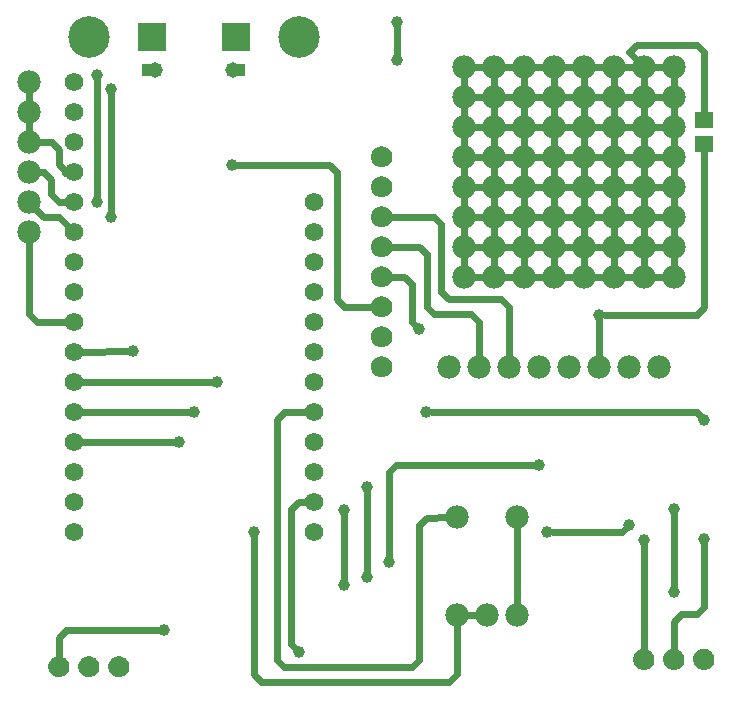
<source format=gtl>
G04 MADE WITH FRITZING*
G04 WWW.FRITZING.ORG*
G04 DOUBLE SIDED*
G04 HOLES PLATED*
G04 CONTOUR ON CENTER OF CONTOUR VECTOR*
%ASAXBY*%
%FSLAX23Y23*%
%MOIN*%
%OFA0B0*%
%SFA1.0B1.0*%
%ADD10C,0.078000*%
%ADD11C,0.039370*%
%ADD12C,0.138425*%
%ADD13C,0.095000*%
%ADD14C,0.051496*%
%ADD15C,0.062000*%
%ADD16C,0.070000*%
%ADD17R,0.095000X0.095000*%
%ADD18R,0.059055X0.055118*%
%ADD19C,0.024000*%
%ADD20R,0.001000X0.001000*%
%LNCOPPER1*%
G90*
G70*
G54D10*
X1701Y635D03*
X1501Y635D03*
G54D11*
X526Y260D03*
G54D10*
X1701Y310D03*
X1601Y310D03*
X1501Y310D03*
G54D12*
X276Y2235D03*
G54D13*
X767Y2235D03*
G54D14*
X756Y2125D03*
G54D15*
X226Y585D03*
X226Y685D03*
X226Y785D03*
X226Y885D03*
X226Y985D03*
X226Y1085D03*
X226Y1185D03*
X226Y1285D03*
X226Y1385D03*
G54D12*
X976Y2235D03*
G54D15*
X226Y1485D03*
X226Y1585D03*
X226Y1685D03*
X226Y1785D03*
X226Y1885D03*
X226Y1985D03*
X226Y2085D03*
X1026Y1685D03*
X1026Y1585D03*
X1026Y1485D03*
X1026Y1385D03*
X1026Y1285D03*
X1026Y1185D03*
X1026Y1085D03*
X1026Y985D03*
X1026Y885D03*
X1026Y785D03*
X1026Y685D03*
X1026Y585D03*
G54D14*
X496Y2125D03*
G54D13*
X484Y2235D03*
G54D10*
X76Y2085D03*
X76Y1985D03*
X76Y1885D03*
X76Y1785D03*
X76Y1685D03*
X76Y1585D03*
G54D16*
X176Y135D03*
X276Y135D03*
X376Y135D03*
G54D11*
X423Y1188D03*
G54D16*
X1251Y1835D03*
X1251Y1735D03*
X1251Y1635D03*
X1251Y1535D03*
X1251Y1435D03*
X1251Y1335D03*
X1251Y1235D03*
X1251Y1135D03*
G54D11*
X2226Y662D03*
X1376Y1261D03*
X751Y1809D03*
X1802Y585D03*
X2076Y609D03*
X575Y886D03*
X1126Y410D03*
X1126Y660D03*
X626Y985D03*
X1201Y435D03*
X1201Y735D03*
G54D10*
X1476Y1135D03*
X1576Y1135D03*
X1676Y1135D03*
X1776Y1135D03*
X1876Y1135D03*
X1976Y1135D03*
X2076Y1135D03*
X2176Y1135D03*
G54D11*
X701Y1085D03*
X1275Y485D03*
X1776Y810D03*
X825Y585D03*
X974Y186D03*
X2226Y385D03*
X1400Y987D03*
X2325Y959D03*
X2325Y561D03*
X302Y1687D03*
X301Y2110D03*
X350Y1635D03*
X350Y2061D03*
X1301Y2160D03*
X1301Y2285D03*
X1976Y1310D03*
X2126Y560D03*
G54D16*
X2126Y160D03*
X2226Y160D03*
X2326Y160D03*
G54D10*
X2126Y2135D03*
X2126Y2035D03*
X2126Y1935D03*
X2126Y1835D03*
X2126Y1735D03*
X2126Y1635D03*
X2126Y1535D03*
X2126Y1435D03*
X2126Y2135D03*
X2126Y2035D03*
X2126Y1935D03*
X2126Y1835D03*
X2126Y1735D03*
X2126Y1635D03*
X2126Y1535D03*
X2126Y1435D03*
X2226Y1435D03*
X2226Y1535D03*
X2226Y1635D03*
X2226Y1735D03*
X2226Y1835D03*
X2226Y1935D03*
X2226Y2035D03*
X2226Y2135D03*
X1926Y2135D03*
X1926Y2035D03*
X1926Y1935D03*
X1926Y1835D03*
X1926Y1735D03*
X1926Y1635D03*
X1926Y1535D03*
X1926Y1435D03*
X1926Y2135D03*
X1926Y2035D03*
X1926Y1935D03*
X1926Y1835D03*
X1926Y1735D03*
X1926Y1635D03*
X1926Y1535D03*
X1926Y1435D03*
X2026Y1435D03*
X2026Y1535D03*
X2026Y1635D03*
X2026Y1735D03*
X2026Y1835D03*
X2026Y1935D03*
X2026Y2035D03*
X2026Y2135D03*
X1726Y2135D03*
X1726Y2035D03*
X1726Y1935D03*
X1726Y1835D03*
X1726Y1735D03*
X1726Y1635D03*
X1726Y1535D03*
X1726Y1435D03*
X1726Y2135D03*
X1726Y2035D03*
X1726Y1935D03*
X1726Y1835D03*
X1726Y1735D03*
X1726Y1635D03*
X1726Y1535D03*
X1726Y1435D03*
X1826Y1435D03*
X1826Y1535D03*
X1826Y1635D03*
X1826Y1735D03*
X1826Y1835D03*
X1826Y1935D03*
X1826Y2035D03*
X1826Y2135D03*
X1526Y2135D03*
X1526Y2035D03*
X1526Y1935D03*
X1526Y1835D03*
X1526Y1735D03*
X1526Y1635D03*
X1526Y1535D03*
X1526Y1435D03*
X1526Y2135D03*
X1526Y2035D03*
X1526Y1935D03*
X1526Y1835D03*
X1526Y1735D03*
X1526Y1635D03*
X1526Y1535D03*
X1526Y1435D03*
X1626Y1435D03*
X1626Y1535D03*
X1626Y1635D03*
X1626Y1735D03*
X1626Y1835D03*
X1626Y1935D03*
X1626Y2035D03*
X1626Y2135D03*
G54D17*
X767Y2235D03*
X484Y2235D03*
G54D18*
X2326Y1880D03*
X2326Y1960D03*
G54D19*
X1701Y605D02*
X1701Y341D01*
D02*
X1531Y310D02*
X1571Y310D01*
D02*
X126Y1785D02*
X150Y1760D01*
D02*
X150Y1760D02*
X150Y1711D01*
D02*
X150Y1711D02*
X175Y1686D01*
D02*
X175Y1686D02*
X197Y1686D01*
D02*
X106Y1785D02*
X126Y1785D01*
D02*
X201Y1784D02*
X197Y1784D01*
D02*
X177Y1812D02*
X201Y1784D01*
D02*
X177Y1860D02*
X177Y1812D01*
D02*
X151Y1886D02*
X177Y1860D01*
D02*
X106Y1886D02*
X151Y1886D01*
D02*
X76Y2016D02*
X76Y2055D01*
D02*
X76Y1916D02*
X76Y1955D01*
D02*
X76Y1311D02*
X101Y1285D01*
D02*
X101Y1285D02*
X197Y1285D01*
D02*
X76Y1555D02*
X76Y1311D01*
D02*
X176Y1635D02*
X205Y1606D01*
D02*
X126Y1635D02*
X176Y1635D01*
D02*
X97Y1664D02*
X126Y1635D01*
D02*
X404Y1188D02*
X254Y1186D01*
D02*
X198Y258D02*
X174Y234D01*
D02*
X174Y234D02*
X175Y162D01*
D02*
X507Y260D02*
X198Y258D01*
D02*
X1352Y1285D02*
X1362Y1275D01*
D02*
X1352Y1412D02*
X1352Y1285D01*
D02*
X1277Y1435D02*
X1326Y1435D01*
D02*
X1326Y1435D02*
X1352Y1412D01*
D02*
X1576Y1285D02*
X1576Y1166D01*
D02*
X1549Y1312D02*
X1576Y1285D01*
D02*
X1426Y1312D02*
X1549Y1312D01*
D02*
X1402Y1335D02*
X1426Y1312D01*
D02*
X1402Y1512D02*
X1402Y1335D01*
D02*
X1277Y1535D02*
X1376Y1535D01*
D02*
X1376Y1535D02*
X1402Y1512D01*
D02*
X1676Y1335D02*
X1676Y1166D01*
D02*
X1649Y1362D02*
X1676Y1335D01*
D02*
X1476Y1362D02*
X1649Y1362D01*
D02*
X1449Y1385D02*
X1476Y1362D01*
D02*
X1449Y1612D02*
X1449Y1385D01*
D02*
X1277Y1635D02*
X1426Y1635D01*
D02*
X1426Y1635D02*
X1449Y1612D01*
D02*
X2096Y2035D02*
X2056Y2035D01*
D02*
X2226Y404D02*
X2226Y643D01*
D02*
X1075Y1809D02*
X770Y1809D01*
D02*
X1102Y1785D02*
X1075Y1809D01*
D02*
X1102Y1362D02*
X1102Y1785D01*
D02*
X1225Y1335D02*
X1125Y1335D01*
D02*
X1125Y1335D02*
X1102Y1362D01*
D02*
X607Y985D02*
X254Y985D01*
D02*
X1126Y641D02*
X1126Y429D01*
D02*
X556Y886D02*
X254Y885D01*
D02*
X2062Y596D02*
X2052Y585D01*
D02*
X2052Y585D02*
X1821Y585D01*
D02*
X2225Y287D02*
X2226Y187D01*
D02*
X2249Y311D02*
X2225Y287D01*
D02*
X2301Y311D02*
X2249Y311D01*
D02*
X2325Y335D02*
X2301Y311D01*
D02*
X2325Y542D02*
X2325Y335D01*
D02*
X2301Y987D02*
X2313Y974D01*
D02*
X1419Y987D02*
X2301Y987D01*
D02*
X950Y211D02*
X961Y200D01*
D02*
X950Y661D02*
X950Y211D01*
D02*
X997Y685D02*
X974Y685D01*
D02*
X974Y685D02*
X950Y661D01*
D02*
X825Y566D02*
X826Y111D01*
D02*
X826Y111D02*
X850Y87D01*
D02*
X1502Y111D02*
X1501Y280D01*
D02*
X1474Y87D02*
X1502Y111D01*
D02*
X850Y87D02*
X1474Y87D01*
D02*
X1300Y810D02*
X1757Y810D01*
D02*
X1275Y786D02*
X1300Y810D01*
D02*
X1275Y504D02*
X1275Y786D01*
D02*
X254Y1085D02*
X682Y1085D01*
D02*
X1201Y716D02*
X1201Y454D01*
D02*
X1301Y2266D02*
X1301Y2179D01*
D02*
X350Y2042D02*
X350Y1654D01*
D02*
X301Y2091D02*
X301Y1706D01*
D02*
X1401Y634D02*
X1471Y635D01*
D02*
X1376Y610D02*
X1401Y634D01*
D02*
X1376Y160D02*
X1376Y610D01*
D02*
X1352Y135D02*
X1376Y160D01*
D02*
X927Y135D02*
X1352Y135D01*
D02*
X902Y160D02*
X927Y135D01*
D02*
X901Y959D02*
X902Y160D01*
D02*
X997Y986D02*
X925Y987D01*
D02*
X925Y987D02*
X901Y959D01*
D02*
X2101Y2210D02*
X2301Y2210D01*
D02*
X2077Y2185D02*
X2101Y2210D01*
D02*
X2301Y2210D02*
X2325Y2186D01*
D02*
X2326Y1858D02*
X2325Y1337D01*
D02*
X2325Y2186D02*
X2326Y1982D01*
D02*
X2325Y1337D02*
X2301Y1309D01*
D02*
X2301Y1309D02*
X1995Y1310D01*
D02*
X2105Y2157D02*
X2077Y2185D01*
D02*
X2126Y187D02*
X2126Y541D01*
D02*
X1976Y1291D02*
X1976Y1166D01*
D02*
X1856Y2135D02*
X1896Y2135D01*
D02*
X1756Y2135D02*
X1796Y2135D01*
D02*
X1656Y2135D02*
X1696Y2135D01*
D02*
X1596Y2135D02*
X1556Y2135D01*
D02*
X2226Y1505D02*
X2226Y1466D01*
D02*
X2226Y1605D02*
X2226Y1566D01*
D02*
X2226Y1705D02*
X2226Y1666D01*
D02*
X2226Y1805D02*
X2226Y1766D01*
D02*
X2226Y1905D02*
X2226Y1866D01*
D02*
X2226Y2005D02*
X2226Y1966D01*
D02*
X2226Y2105D02*
X2226Y2066D01*
D02*
X2156Y2135D02*
X2196Y2135D01*
D02*
X2056Y2135D02*
X2096Y2135D01*
D02*
X1956Y2135D02*
X1996Y2135D01*
D02*
X1526Y1666D02*
X1526Y1705D01*
D02*
X1526Y1566D02*
X1526Y1605D01*
D02*
X1526Y1466D02*
X1526Y1505D01*
D02*
X1596Y1435D02*
X1556Y1435D01*
D02*
X1696Y1435D02*
X1656Y1435D01*
D02*
X1796Y1435D02*
X1756Y1435D01*
D02*
X1896Y1435D02*
X1856Y1435D01*
D02*
X1996Y1435D02*
X1956Y1435D01*
D02*
X2096Y1435D02*
X2056Y1435D01*
D02*
X2196Y1435D02*
X2156Y1435D01*
D02*
X2196Y1535D02*
X2156Y1535D01*
D02*
X2126Y1466D02*
X2126Y1505D01*
D02*
X2196Y2035D02*
X2156Y2035D01*
D02*
X2126Y2066D02*
X2126Y2105D01*
D02*
X1626Y2105D02*
X1626Y2066D01*
D02*
X1556Y2035D02*
X1596Y2035D01*
D02*
X1526Y2066D02*
X1526Y2105D01*
D02*
X1526Y1966D02*
X1526Y2005D01*
D02*
X1526Y1866D02*
X1526Y1905D01*
D02*
X1526Y1766D02*
X1526Y1805D01*
D02*
X2126Y1666D02*
X2126Y1705D01*
D02*
X2126Y1566D02*
X2126Y1605D01*
D02*
X2056Y1535D02*
X2096Y1535D01*
D02*
X1956Y1535D02*
X1996Y1535D01*
D02*
X1856Y1535D02*
X1896Y1535D01*
D02*
X1756Y1535D02*
X1796Y1535D01*
D02*
X1656Y1535D02*
X1696Y1535D01*
D02*
X1626Y1566D02*
X1626Y1605D01*
D02*
X1596Y1535D02*
X1556Y1535D01*
D02*
X1626Y1466D02*
X1626Y1505D01*
D02*
X1896Y2035D02*
X1856Y2035D01*
D02*
X1796Y2035D02*
X1756Y2035D01*
D02*
X1696Y2035D02*
X1656Y2035D01*
D02*
X1626Y1666D02*
X1626Y1705D01*
D02*
X1626Y1766D02*
X1626Y1805D01*
D02*
X1626Y1866D02*
X1626Y1905D01*
D02*
X1626Y1966D02*
X1626Y2005D01*
D02*
X2126Y1966D02*
X2126Y2005D01*
D02*
X2126Y1866D02*
X2126Y1905D01*
D02*
X2126Y1766D02*
X2126Y1805D01*
D02*
X1556Y1635D02*
X1596Y1635D01*
D02*
X1726Y1466D02*
X1726Y1505D01*
D02*
X2026Y1466D02*
X2026Y1505D01*
D02*
X1926Y1466D02*
X1926Y1505D01*
D02*
X1826Y1466D02*
X1826Y1505D01*
D02*
X2026Y2066D02*
X2026Y2105D01*
D02*
X1726Y2066D02*
X1726Y2105D01*
D02*
X1826Y2066D02*
X1826Y2105D01*
D02*
X1926Y2066D02*
X1926Y2105D01*
D02*
X1996Y2035D02*
X1956Y2035D01*
D02*
X1726Y1966D02*
X1726Y2005D01*
D02*
X1696Y1935D02*
X1656Y1935D01*
D02*
X2196Y1635D02*
X2156Y1635D01*
D02*
X2196Y1735D02*
X2156Y1735D01*
D02*
X2196Y1835D02*
X2156Y1835D01*
D02*
X2196Y1935D02*
X2156Y1935D01*
D02*
X1556Y1935D02*
X1596Y1935D01*
D02*
X1556Y1835D02*
X1596Y1835D01*
D02*
X1556Y1735D02*
X1596Y1735D01*
D02*
X1696Y1735D02*
X1656Y1735D01*
D02*
X1726Y1666D02*
X1726Y1705D01*
D02*
X1656Y1835D02*
X1696Y1835D01*
D02*
X1726Y1866D02*
X1726Y1905D01*
D02*
X1696Y1635D02*
X1656Y1635D01*
D02*
X1726Y1605D02*
X1726Y1566D01*
D02*
X2096Y1635D02*
X2056Y1635D01*
D02*
X2026Y1566D02*
X2026Y1605D01*
D02*
X2096Y1935D02*
X2056Y1935D01*
D02*
X2026Y1966D02*
X2026Y2005D01*
D02*
X1926Y1566D02*
X1926Y1605D01*
D02*
X1826Y1605D02*
X1826Y1566D01*
D02*
X1796Y1635D02*
X1756Y1635D01*
D02*
X2026Y1905D02*
X2026Y1866D01*
D02*
X2026Y1766D02*
X2026Y1805D01*
D02*
X2096Y1835D02*
X2056Y1835D01*
D02*
X2056Y1735D02*
X2096Y1735D01*
D02*
X2026Y1666D02*
X2026Y1705D01*
D02*
X1726Y1766D02*
X1726Y1805D01*
D02*
X1826Y1666D02*
X1826Y1705D01*
D02*
X1926Y1905D02*
X1926Y1866D01*
D02*
X1826Y1905D02*
X1826Y1866D01*
D02*
X1996Y1935D02*
X1956Y1935D01*
D02*
X1926Y1966D02*
X1926Y2005D01*
D02*
X1826Y1966D02*
X1826Y2005D01*
D02*
X1756Y1935D02*
X1796Y1935D01*
D02*
X1996Y1635D02*
X1956Y1635D01*
D02*
X1896Y1735D02*
X1856Y1735D01*
D02*
X1896Y1635D02*
X1856Y1635D01*
D02*
X1926Y1766D02*
X1926Y1805D01*
D02*
X1826Y1766D02*
X1826Y1805D01*
D02*
X1956Y1735D02*
X1996Y1735D01*
D02*
X1926Y1666D02*
X1926Y1705D01*
D02*
X1996Y1835D02*
X1956Y1835D01*
D02*
X1796Y1835D02*
X1756Y1835D01*
D02*
X1796Y1735D02*
X1756Y1735D01*
D02*
X1896Y1935D02*
X1856Y1935D01*
D02*
X1896Y1835D02*
X1856Y1835D01*
G54D20*
X454Y2146D02*
X490Y2146D01*
X501Y2146D02*
X515Y2146D01*
X735Y2146D02*
X749Y2146D01*
X760Y2146D02*
X796Y2146D01*
X454Y2145D02*
X486Y2145D01*
X504Y2145D02*
X515Y2145D01*
X735Y2145D02*
X746Y2145D01*
X764Y2145D02*
X796Y2145D01*
X454Y2144D02*
X485Y2144D01*
X506Y2144D02*
X515Y2144D01*
X735Y2144D02*
X744Y2144D01*
X765Y2144D02*
X796Y2144D01*
X454Y2143D02*
X483Y2143D01*
X507Y2143D02*
X515Y2143D01*
X735Y2143D02*
X743Y2143D01*
X767Y2143D02*
X796Y2143D01*
X454Y2142D02*
X482Y2142D01*
X509Y2142D02*
X515Y2142D01*
X735Y2142D02*
X741Y2142D01*
X768Y2142D02*
X796Y2142D01*
X454Y2141D02*
X480Y2141D01*
X510Y2141D02*
X515Y2141D01*
X735Y2141D02*
X740Y2141D01*
X770Y2141D02*
X796Y2141D01*
X454Y2140D02*
X479Y2140D01*
X511Y2140D02*
X515Y2140D01*
X735Y2140D02*
X739Y2140D01*
X771Y2140D02*
X796Y2140D01*
X454Y2139D02*
X479Y2139D01*
X512Y2139D02*
X515Y2139D01*
X735Y2139D02*
X738Y2139D01*
X771Y2139D02*
X796Y2139D01*
X454Y2138D02*
X478Y2138D01*
X512Y2138D02*
X515Y2138D01*
X735Y2138D02*
X738Y2138D01*
X772Y2138D02*
X796Y2138D01*
X454Y2137D02*
X477Y2137D01*
X513Y2137D02*
X515Y2137D01*
X735Y2137D02*
X737Y2137D01*
X773Y2137D02*
X796Y2137D01*
X454Y2136D02*
X477Y2136D01*
X514Y2136D02*
X515Y2136D01*
X735Y2136D02*
X736Y2136D01*
X773Y2136D02*
X796Y2136D01*
X454Y2135D02*
X476Y2135D01*
X514Y2135D02*
X515Y2135D01*
X735Y2135D02*
X736Y2135D01*
X774Y2135D02*
X796Y2135D01*
X454Y2134D02*
X476Y2134D01*
X515Y2134D02*
X515Y2134D01*
X735Y2134D02*
X735Y2134D01*
X774Y2134D02*
X796Y2134D01*
X454Y2133D02*
X475Y2133D01*
X515Y2133D02*
X515Y2133D01*
X735Y2133D02*
X735Y2133D01*
X775Y2133D02*
X796Y2133D01*
X454Y2132D02*
X475Y2132D01*
X515Y2132D02*
X515Y2132D01*
X735Y2132D02*
X735Y2132D01*
X775Y2132D02*
X796Y2132D01*
X454Y2131D02*
X475Y2131D01*
X775Y2131D02*
X796Y2131D01*
X454Y2130D02*
X474Y2130D01*
X776Y2130D02*
X796Y2130D01*
X454Y2129D02*
X474Y2129D01*
X776Y2129D02*
X796Y2129D01*
X454Y2128D02*
X474Y2128D01*
X776Y2128D02*
X796Y2128D01*
X454Y2127D02*
X474Y2127D01*
X776Y2127D02*
X796Y2127D01*
X454Y2126D02*
X474Y2126D01*
X776Y2126D02*
X796Y2126D01*
X454Y2125D02*
X474Y2125D01*
X776Y2125D02*
X796Y2125D01*
X454Y2124D02*
X474Y2124D01*
X776Y2124D02*
X796Y2124D01*
X454Y2123D02*
X474Y2123D01*
X776Y2123D02*
X796Y2123D01*
X454Y2122D02*
X474Y2122D01*
X776Y2122D02*
X796Y2122D01*
X454Y2121D02*
X475Y2121D01*
X775Y2121D02*
X796Y2121D01*
X454Y2120D02*
X475Y2120D01*
X515Y2120D02*
X515Y2120D01*
X735Y2120D02*
X735Y2120D01*
X775Y2120D02*
X796Y2120D01*
X454Y2119D02*
X475Y2119D01*
X515Y2119D02*
X515Y2119D01*
X735Y2119D02*
X735Y2119D01*
X775Y2119D02*
X796Y2119D01*
X454Y2118D02*
X475Y2118D01*
X515Y2118D02*
X515Y2118D01*
X735Y2118D02*
X735Y2118D01*
X775Y2118D02*
X796Y2118D01*
X454Y2117D02*
X476Y2117D01*
X514Y2117D02*
X515Y2117D01*
X735Y2117D02*
X736Y2117D01*
X774Y2117D02*
X796Y2117D01*
X454Y2116D02*
X477Y2116D01*
X514Y2116D02*
X515Y2116D01*
X735Y2116D02*
X736Y2116D01*
X773Y2116D02*
X796Y2116D01*
X454Y2115D02*
X477Y2115D01*
X513Y2115D02*
X515Y2115D01*
X735Y2115D02*
X737Y2115D01*
X773Y2115D02*
X796Y2115D01*
X454Y2114D02*
X478Y2114D01*
X513Y2114D02*
X515Y2114D01*
X735Y2114D02*
X737Y2114D01*
X772Y2114D02*
X796Y2114D01*
X454Y2113D02*
X479Y2113D01*
X512Y2113D02*
X515Y2113D01*
X735Y2113D02*
X738Y2113D01*
X771Y2113D02*
X796Y2113D01*
X454Y2112D02*
X479Y2112D01*
X511Y2112D02*
X515Y2112D01*
X735Y2112D02*
X739Y2112D01*
X771Y2112D02*
X796Y2112D01*
X454Y2111D02*
X480Y2111D01*
X510Y2111D02*
X515Y2111D01*
X735Y2111D02*
X740Y2111D01*
X770Y2111D02*
X796Y2111D01*
X454Y2110D02*
X481Y2110D01*
X509Y2110D02*
X515Y2110D01*
X735Y2110D02*
X741Y2110D01*
X769Y2110D02*
X796Y2110D01*
X454Y2109D02*
X483Y2109D01*
X508Y2109D02*
X515Y2109D01*
X735Y2109D02*
X742Y2109D01*
X767Y2109D02*
X796Y2109D01*
X454Y2108D02*
X484Y2108D01*
X506Y2108D02*
X515Y2108D01*
X735Y2108D02*
X744Y2108D01*
X766Y2108D02*
X796Y2108D01*
X454Y2107D02*
X486Y2107D01*
X504Y2107D02*
X515Y2107D01*
X735Y2107D02*
X746Y2107D01*
X764Y2107D02*
X796Y2107D01*
X454Y2106D02*
X489Y2106D01*
X501Y2106D02*
X515Y2106D01*
X735Y2106D02*
X749Y2106D01*
X761Y2106D02*
X796Y2106D01*
X1245Y1871D02*
X1254Y1871D01*
X1241Y1870D02*
X1259Y1870D01*
X1238Y1869D02*
X1262Y1869D01*
X1236Y1868D02*
X1264Y1868D01*
X1234Y1867D02*
X1266Y1867D01*
X1232Y1866D02*
X1268Y1866D01*
X1230Y1865D02*
X1269Y1865D01*
X1229Y1864D02*
X1271Y1864D01*
X1228Y1863D02*
X1272Y1863D01*
X1227Y1862D02*
X1273Y1862D01*
X1225Y1861D02*
X1274Y1861D01*
X1225Y1860D02*
X1275Y1860D01*
X1224Y1859D02*
X1276Y1859D01*
X1223Y1858D02*
X1277Y1858D01*
X1222Y1857D02*
X1278Y1857D01*
X1221Y1856D02*
X1278Y1856D01*
X1221Y1855D02*
X1279Y1855D01*
X1220Y1854D02*
X1279Y1854D01*
X1220Y1853D02*
X1280Y1853D01*
X1219Y1852D02*
X1280Y1852D01*
X1219Y1851D02*
X1245Y1851D01*
X1254Y1851D02*
X1281Y1851D01*
X1218Y1850D02*
X1243Y1850D01*
X1257Y1850D02*
X1281Y1850D01*
X1218Y1849D02*
X1241Y1849D01*
X1259Y1849D02*
X1282Y1849D01*
X1218Y1848D02*
X1240Y1848D01*
X1260Y1848D02*
X1282Y1848D01*
X1217Y1847D02*
X1239Y1847D01*
X1261Y1847D02*
X1283Y1847D01*
X1217Y1846D02*
X1238Y1846D01*
X1262Y1846D02*
X1283Y1846D01*
X1217Y1845D02*
X1237Y1845D01*
X1263Y1845D02*
X1283Y1845D01*
X1216Y1844D02*
X1236Y1844D01*
X1263Y1844D02*
X1283Y1844D01*
X1216Y1843D02*
X1236Y1843D01*
X1264Y1843D02*
X1284Y1843D01*
X1216Y1842D02*
X1235Y1842D01*
X1264Y1842D02*
X1284Y1842D01*
X1216Y1841D02*
X1235Y1841D01*
X1265Y1841D02*
X1284Y1841D01*
X1216Y1840D02*
X1235Y1840D01*
X1265Y1840D02*
X1284Y1840D01*
X1215Y1839D02*
X1235Y1839D01*
X1265Y1839D02*
X1284Y1839D01*
X1215Y1838D02*
X1234Y1838D01*
X1265Y1838D02*
X1284Y1838D01*
X1215Y1837D02*
X1234Y1837D01*
X1265Y1837D02*
X1284Y1837D01*
X1215Y1836D02*
X1234Y1836D01*
X1265Y1836D02*
X1284Y1836D01*
X1215Y1835D02*
X1234Y1835D01*
X1265Y1835D02*
X1284Y1835D01*
X1215Y1834D02*
X1235Y1834D01*
X1265Y1834D02*
X1284Y1834D01*
X1216Y1833D02*
X1235Y1833D01*
X1265Y1833D02*
X1284Y1833D01*
X1216Y1832D02*
X1235Y1832D01*
X1265Y1832D02*
X1284Y1832D01*
X1216Y1831D02*
X1235Y1831D01*
X1264Y1831D02*
X1284Y1831D01*
X1216Y1830D02*
X1236Y1830D01*
X1264Y1830D02*
X1284Y1830D01*
X1216Y1829D02*
X1236Y1829D01*
X1263Y1829D02*
X1283Y1829D01*
X1217Y1828D02*
X1237Y1828D01*
X1263Y1828D02*
X1283Y1828D01*
X1217Y1827D02*
X1238Y1827D01*
X1262Y1827D02*
X1283Y1827D01*
X1217Y1826D02*
X1239Y1826D01*
X1261Y1826D02*
X1283Y1826D01*
X1217Y1825D02*
X1240Y1825D01*
X1260Y1825D02*
X1282Y1825D01*
X1218Y1824D02*
X1241Y1824D01*
X1259Y1824D02*
X1282Y1824D01*
X1218Y1823D02*
X1242Y1823D01*
X1257Y1823D02*
X1281Y1823D01*
X1219Y1822D02*
X1245Y1822D01*
X1255Y1822D02*
X1281Y1822D01*
X1219Y1821D02*
X1281Y1821D01*
X1220Y1820D02*
X1280Y1820D01*
X1220Y1819D02*
X1279Y1819D01*
X1221Y1818D02*
X1279Y1818D01*
X1221Y1817D02*
X1278Y1817D01*
X1222Y1816D02*
X1278Y1816D01*
X1223Y1815D02*
X1277Y1815D01*
X1224Y1814D02*
X1276Y1814D01*
X1224Y1813D02*
X1275Y1813D01*
X1225Y1812D02*
X1274Y1812D01*
X1226Y1811D02*
X1273Y1811D01*
X1228Y1810D02*
X1272Y1810D01*
X1229Y1809D02*
X1271Y1809D01*
X1230Y1808D02*
X1270Y1808D01*
X1232Y1807D02*
X1268Y1807D01*
X1233Y1806D02*
X1266Y1806D01*
X1235Y1805D02*
X1264Y1805D01*
X1238Y1804D02*
X1262Y1804D01*
X1241Y1803D02*
X1259Y1803D01*
X1245Y1802D02*
X1255Y1802D01*
X1245Y1771D02*
X1254Y1771D01*
X1241Y1770D02*
X1259Y1770D01*
X1238Y1769D02*
X1262Y1769D01*
X1236Y1768D02*
X1264Y1768D01*
X1234Y1767D02*
X1266Y1767D01*
X1232Y1766D02*
X1268Y1766D01*
X1230Y1765D02*
X1269Y1765D01*
X1229Y1764D02*
X1271Y1764D01*
X1228Y1763D02*
X1272Y1763D01*
X1226Y1762D02*
X1273Y1762D01*
X1225Y1761D02*
X1274Y1761D01*
X1225Y1760D02*
X1275Y1760D01*
X1224Y1759D02*
X1276Y1759D01*
X1223Y1758D02*
X1277Y1758D01*
X1222Y1757D02*
X1278Y1757D01*
X1221Y1756D02*
X1278Y1756D01*
X1221Y1755D02*
X1279Y1755D01*
X1220Y1754D02*
X1279Y1754D01*
X1220Y1753D02*
X1280Y1753D01*
X1219Y1752D02*
X1280Y1752D01*
X1219Y1751D02*
X1245Y1751D01*
X1254Y1751D02*
X1281Y1751D01*
X1218Y1750D02*
X1243Y1750D01*
X1257Y1750D02*
X1281Y1750D01*
X1218Y1749D02*
X1241Y1749D01*
X1259Y1749D02*
X1282Y1749D01*
X1218Y1748D02*
X1240Y1748D01*
X1260Y1748D02*
X1282Y1748D01*
X1217Y1747D02*
X1239Y1747D01*
X1261Y1747D02*
X1283Y1747D01*
X1217Y1746D02*
X1238Y1746D01*
X1262Y1746D02*
X1283Y1746D01*
X1217Y1745D02*
X1237Y1745D01*
X1263Y1745D02*
X1283Y1745D01*
X1216Y1744D02*
X1236Y1744D01*
X1263Y1744D02*
X1283Y1744D01*
X1216Y1743D02*
X1236Y1743D01*
X1264Y1743D02*
X1284Y1743D01*
X1216Y1742D02*
X1235Y1742D01*
X1264Y1742D02*
X1284Y1742D01*
X1216Y1741D02*
X1235Y1741D01*
X1265Y1741D02*
X1284Y1741D01*
X1216Y1740D02*
X1235Y1740D01*
X1265Y1740D02*
X1284Y1740D01*
X1215Y1739D02*
X1235Y1739D01*
X1265Y1739D02*
X1284Y1739D01*
X1215Y1738D02*
X1234Y1738D01*
X1265Y1738D02*
X1284Y1738D01*
X1215Y1737D02*
X1234Y1737D01*
X1265Y1737D02*
X1284Y1737D01*
X1215Y1736D02*
X1234Y1736D01*
X1265Y1736D02*
X1284Y1736D01*
X1215Y1735D02*
X1234Y1735D01*
X1265Y1735D02*
X1284Y1735D01*
X1215Y1734D02*
X1235Y1734D01*
X1265Y1734D02*
X1284Y1734D01*
X1216Y1733D02*
X1235Y1733D01*
X1265Y1733D02*
X1284Y1733D01*
X1216Y1732D02*
X1235Y1732D01*
X1265Y1732D02*
X1284Y1732D01*
X1216Y1731D02*
X1235Y1731D01*
X1264Y1731D02*
X1284Y1731D01*
X1216Y1730D02*
X1236Y1730D01*
X1264Y1730D02*
X1284Y1730D01*
X1216Y1729D02*
X1236Y1729D01*
X1263Y1729D02*
X1283Y1729D01*
X1217Y1728D02*
X1237Y1728D01*
X1263Y1728D02*
X1283Y1728D01*
X1217Y1727D02*
X1238Y1727D01*
X1262Y1727D02*
X1283Y1727D01*
X1217Y1726D02*
X1239Y1726D01*
X1261Y1726D02*
X1283Y1726D01*
X1218Y1725D02*
X1240Y1725D01*
X1260Y1725D02*
X1282Y1725D01*
X1218Y1724D02*
X1241Y1724D01*
X1259Y1724D02*
X1282Y1724D01*
X1218Y1723D02*
X1243Y1723D01*
X1257Y1723D02*
X1281Y1723D01*
X1219Y1722D02*
X1245Y1722D01*
X1255Y1722D02*
X1281Y1722D01*
X1219Y1721D02*
X1280Y1721D01*
X1220Y1720D02*
X1280Y1720D01*
X1220Y1719D02*
X1279Y1719D01*
X1221Y1718D02*
X1279Y1718D01*
X1221Y1717D02*
X1278Y1717D01*
X1222Y1716D02*
X1278Y1716D01*
X1223Y1715D02*
X1277Y1715D01*
X1224Y1714D02*
X1276Y1714D01*
X1224Y1713D02*
X1275Y1713D01*
X1225Y1712D02*
X1274Y1712D01*
X1226Y1711D02*
X1273Y1711D01*
X1228Y1710D02*
X1272Y1710D01*
X1229Y1709D02*
X1271Y1709D01*
X1230Y1708D02*
X1269Y1708D01*
X1232Y1707D02*
X1268Y1707D01*
X1233Y1706D02*
X1266Y1706D01*
X1236Y1705D02*
X1264Y1705D01*
X1238Y1704D02*
X1262Y1704D01*
X1241Y1703D02*
X1259Y1703D01*
X1245Y1702D02*
X1255Y1702D01*
X1245Y1671D02*
X1254Y1671D01*
X1241Y1670D02*
X1259Y1670D01*
X1238Y1669D02*
X1262Y1669D01*
X1236Y1668D02*
X1264Y1668D01*
X1234Y1667D02*
X1266Y1667D01*
X1232Y1666D02*
X1268Y1666D01*
X1230Y1665D02*
X1269Y1665D01*
X1229Y1664D02*
X1271Y1664D01*
X1228Y1663D02*
X1272Y1663D01*
X1226Y1662D02*
X1273Y1662D01*
X1225Y1661D02*
X1274Y1661D01*
X1224Y1660D02*
X1275Y1660D01*
X1224Y1659D02*
X1276Y1659D01*
X1223Y1658D02*
X1277Y1658D01*
X1222Y1657D02*
X1278Y1657D01*
X1221Y1656D02*
X1278Y1656D01*
X1221Y1655D02*
X1279Y1655D01*
X1220Y1654D02*
X1279Y1654D01*
X1220Y1653D02*
X1280Y1653D01*
X1219Y1652D02*
X1280Y1652D01*
X1219Y1651D02*
X1245Y1651D01*
X1254Y1651D02*
X1281Y1651D01*
X1218Y1650D02*
X1243Y1650D01*
X1257Y1650D02*
X1281Y1650D01*
X1218Y1649D02*
X1241Y1649D01*
X1259Y1649D02*
X1282Y1649D01*
X1218Y1648D02*
X1240Y1648D01*
X1260Y1648D02*
X1282Y1648D01*
X1217Y1647D02*
X1239Y1647D01*
X1261Y1647D02*
X1283Y1647D01*
X1217Y1646D02*
X1238Y1646D01*
X1262Y1646D02*
X1283Y1646D01*
X1217Y1645D02*
X1237Y1645D01*
X1263Y1645D02*
X1283Y1645D01*
X1216Y1644D02*
X1236Y1644D01*
X1263Y1644D02*
X1283Y1644D01*
X1216Y1643D02*
X1236Y1643D01*
X1264Y1643D02*
X1284Y1643D01*
X1216Y1642D02*
X1235Y1642D01*
X1264Y1642D02*
X1284Y1642D01*
X1216Y1641D02*
X1235Y1641D01*
X1265Y1641D02*
X1284Y1641D01*
X1216Y1640D02*
X1235Y1640D01*
X1265Y1640D02*
X1284Y1640D01*
X1215Y1639D02*
X1235Y1639D01*
X1265Y1639D02*
X1284Y1639D01*
X1215Y1638D02*
X1234Y1638D01*
X1265Y1638D02*
X1284Y1638D01*
X1215Y1637D02*
X1234Y1637D01*
X1265Y1637D02*
X1284Y1637D01*
X1215Y1636D02*
X1234Y1636D01*
X1265Y1636D02*
X1284Y1636D01*
X1215Y1635D02*
X1234Y1635D01*
X1265Y1635D02*
X1284Y1635D01*
X1215Y1634D02*
X1235Y1634D01*
X1265Y1634D02*
X1284Y1634D01*
X1216Y1633D02*
X1235Y1633D01*
X1265Y1633D02*
X1284Y1633D01*
X1216Y1632D02*
X1235Y1632D01*
X1265Y1632D02*
X1284Y1632D01*
X1216Y1631D02*
X1235Y1631D01*
X1264Y1631D02*
X1284Y1631D01*
X1216Y1630D02*
X1236Y1630D01*
X1264Y1630D02*
X1284Y1630D01*
X1216Y1629D02*
X1236Y1629D01*
X1263Y1629D02*
X1283Y1629D01*
X1217Y1628D02*
X1237Y1628D01*
X1263Y1628D02*
X1283Y1628D01*
X1217Y1627D02*
X1238Y1627D01*
X1262Y1627D02*
X1283Y1627D01*
X1217Y1626D02*
X1239Y1626D01*
X1261Y1626D02*
X1283Y1626D01*
X1218Y1625D02*
X1240Y1625D01*
X1260Y1625D02*
X1282Y1625D01*
X1218Y1624D02*
X1241Y1624D01*
X1259Y1624D02*
X1282Y1624D01*
X1218Y1623D02*
X1243Y1623D01*
X1257Y1623D02*
X1281Y1623D01*
X1219Y1622D02*
X1245Y1622D01*
X1254Y1622D02*
X1281Y1622D01*
X1219Y1621D02*
X1280Y1621D01*
X1220Y1620D02*
X1280Y1620D01*
X1220Y1619D02*
X1279Y1619D01*
X1221Y1618D02*
X1279Y1618D01*
X1221Y1617D02*
X1278Y1617D01*
X1222Y1616D02*
X1278Y1616D01*
X1223Y1615D02*
X1277Y1615D01*
X1224Y1614D02*
X1276Y1614D01*
X1224Y1613D02*
X1275Y1613D01*
X1225Y1612D02*
X1274Y1612D01*
X1226Y1611D02*
X1273Y1611D01*
X1228Y1610D02*
X1272Y1610D01*
X1229Y1609D02*
X1271Y1609D01*
X1230Y1608D02*
X1269Y1608D01*
X1232Y1607D02*
X1268Y1607D01*
X1234Y1606D02*
X1266Y1606D01*
X1236Y1605D02*
X1264Y1605D01*
X1238Y1604D02*
X1262Y1604D01*
X1241Y1603D02*
X1259Y1603D01*
X1245Y1602D02*
X1255Y1602D01*
X1245Y1571D02*
X1255Y1571D01*
X1241Y1570D02*
X1259Y1570D01*
X1238Y1569D02*
X1262Y1569D01*
X1236Y1568D02*
X1264Y1568D01*
X1234Y1567D02*
X1266Y1567D01*
X1232Y1566D02*
X1268Y1566D01*
X1230Y1565D02*
X1269Y1565D01*
X1229Y1564D02*
X1271Y1564D01*
X1228Y1563D02*
X1272Y1563D01*
X1226Y1562D02*
X1273Y1562D01*
X1225Y1561D02*
X1274Y1561D01*
X1224Y1560D02*
X1275Y1560D01*
X1224Y1559D02*
X1276Y1559D01*
X1223Y1558D02*
X1277Y1558D01*
X1222Y1557D02*
X1278Y1557D01*
X1221Y1556D02*
X1278Y1556D01*
X1221Y1555D02*
X1279Y1555D01*
X1220Y1554D02*
X1279Y1554D01*
X1220Y1553D02*
X1280Y1553D01*
X1219Y1552D02*
X1280Y1552D01*
X1219Y1551D02*
X1245Y1551D01*
X1255Y1551D02*
X1281Y1551D01*
X1218Y1550D02*
X1243Y1550D01*
X1257Y1550D02*
X1281Y1550D01*
X1218Y1549D02*
X1241Y1549D01*
X1259Y1549D02*
X1282Y1549D01*
X1218Y1548D02*
X1240Y1548D01*
X1260Y1548D02*
X1282Y1548D01*
X1217Y1547D02*
X1239Y1547D01*
X1261Y1547D02*
X1283Y1547D01*
X1217Y1546D02*
X1238Y1546D01*
X1262Y1546D02*
X1283Y1546D01*
X1217Y1545D02*
X1237Y1545D01*
X1263Y1545D02*
X1283Y1545D01*
X1216Y1544D02*
X1236Y1544D01*
X1263Y1544D02*
X1283Y1544D01*
X1216Y1543D02*
X1236Y1543D01*
X1264Y1543D02*
X1284Y1543D01*
X1216Y1542D02*
X1235Y1542D01*
X1264Y1542D02*
X1284Y1542D01*
X1216Y1541D02*
X1235Y1541D01*
X1265Y1541D02*
X1284Y1541D01*
X1216Y1540D02*
X1235Y1540D01*
X1265Y1540D02*
X1284Y1540D01*
X1215Y1539D02*
X1235Y1539D01*
X1265Y1539D02*
X1284Y1539D01*
X1215Y1538D02*
X1234Y1538D01*
X1265Y1538D02*
X1284Y1538D01*
X1215Y1537D02*
X1234Y1537D01*
X1265Y1537D02*
X1284Y1537D01*
X1215Y1536D02*
X1234Y1536D01*
X1265Y1536D02*
X1284Y1536D01*
X1215Y1535D02*
X1234Y1535D01*
X1265Y1535D02*
X1284Y1535D01*
X1215Y1534D02*
X1235Y1534D01*
X1265Y1534D02*
X1284Y1534D01*
X1216Y1533D02*
X1235Y1533D01*
X1265Y1533D02*
X1284Y1533D01*
X1216Y1532D02*
X1235Y1532D01*
X1265Y1532D02*
X1284Y1532D01*
X1216Y1531D02*
X1235Y1531D01*
X1264Y1531D02*
X1284Y1531D01*
X1216Y1530D02*
X1236Y1530D01*
X1264Y1530D02*
X1284Y1530D01*
X1216Y1529D02*
X1236Y1529D01*
X1263Y1529D02*
X1283Y1529D01*
X1217Y1528D02*
X1237Y1528D01*
X1263Y1528D02*
X1283Y1528D01*
X1217Y1527D02*
X1238Y1527D01*
X1262Y1527D02*
X1283Y1527D01*
X1217Y1526D02*
X1239Y1526D01*
X1261Y1526D02*
X1283Y1526D01*
X1218Y1525D02*
X1240Y1525D01*
X1260Y1525D02*
X1282Y1525D01*
X1218Y1524D02*
X1241Y1524D01*
X1259Y1524D02*
X1282Y1524D01*
X1218Y1523D02*
X1243Y1523D01*
X1257Y1523D02*
X1281Y1523D01*
X1219Y1522D02*
X1245Y1522D01*
X1254Y1522D02*
X1281Y1522D01*
X1219Y1521D02*
X1280Y1521D01*
X1220Y1520D02*
X1280Y1520D01*
X1220Y1519D02*
X1279Y1519D01*
X1221Y1518D02*
X1279Y1518D01*
X1221Y1517D02*
X1278Y1517D01*
X1222Y1516D02*
X1278Y1516D01*
X1223Y1515D02*
X1277Y1515D01*
X1224Y1514D02*
X1276Y1514D01*
X1224Y1513D02*
X1275Y1513D01*
X1225Y1512D02*
X1274Y1512D01*
X1226Y1511D02*
X1273Y1511D01*
X1228Y1510D02*
X1272Y1510D01*
X1229Y1509D02*
X1271Y1509D01*
X1230Y1508D02*
X1269Y1508D01*
X1232Y1507D02*
X1268Y1507D01*
X1234Y1506D02*
X1266Y1506D01*
X1236Y1505D02*
X1264Y1505D01*
X1238Y1504D02*
X1262Y1504D01*
X1241Y1503D02*
X1259Y1503D01*
X1245Y1502D02*
X1254Y1502D01*
X1245Y1471D02*
X1255Y1471D01*
X1241Y1470D02*
X1259Y1470D01*
X1238Y1469D02*
X1262Y1469D01*
X1236Y1468D02*
X1264Y1468D01*
X1233Y1467D02*
X1266Y1467D01*
X1232Y1466D02*
X1268Y1466D01*
X1230Y1465D02*
X1270Y1465D01*
X1229Y1464D02*
X1271Y1464D01*
X1228Y1463D02*
X1272Y1463D01*
X1226Y1462D02*
X1273Y1462D01*
X1225Y1461D02*
X1274Y1461D01*
X1224Y1460D02*
X1275Y1460D01*
X1224Y1459D02*
X1276Y1459D01*
X1223Y1458D02*
X1277Y1458D01*
X1222Y1457D02*
X1278Y1457D01*
X1221Y1456D02*
X1278Y1456D01*
X1221Y1455D02*
X1279Y1455D01*
X1220Y1454D02*
X1279Y1454D01*
X1220Y1453D02*
X1280Y1453D01*
X1219Y1452D02*
X1281Y1452D01*
X1219Y1451D02*
X1245Y1451D01*
X1255Y1451D02*
X1281Y1451D01*
X1218Y1450D02*
X1242Y1450D01*
X1257Y1450D02*
X1281Y1450D01*
X1218Y1449D02*
X1241Y1449D01*
X1259Y1449D02*
X1282Y1449D01*
X1217Y1448D02*
X1240Y1448D01*
X1260Y1448D02*
X1282Y1448D01*
X1217Y1447D02*
X1239Y1447D01*
X1261Y1447D02*
X1283Y1447D01*
X1217Y1446D02*
X1238Y1446D01*
X1262Y1446D02*
X1283Y1446D01*
X1217Y1445D02*
X1237Y1445D01*
X1263Y1445D02*
X1283Y1445D01*
X1216Y1444D02*
X1236Y1444D01*
X1263Y1444D02*
X1283Y1444D01*
X1216Y1443D02*
X1236Y1443D01*
X1264Y1443D02*
X1284Y1443D01*
X1216Y1442D02*
X1235Y1442D01*
X1264Y1442D02*
X1284Y1442D01*
X1216Y1441D02*
X1235Y1441D01*
X1265Y1441D02*
X1284Y1441D01*
X1216Y1440D02*
X1235Y1440D01*
X1265Y1440D02*
X1284Y1440D01*
X1215Y1439D02*
X1235Y1439D01*
X1265Y1439D02*
X1284Y1439D01*
X1215Y1438D02*
X1234Y1438D01*
X1265Y1438D02*
X1284Y1438D01*
X1215Y1437D02*
X1234Y1437D01*
X1265Y1437D02*
X1284Y1437D01*
X1215Y1436D02*
X1234Y1436D01*
X1265Y1436D02*
X1284Y1436D01*
X1215Y1435D02*
X1234Y1435D01*
X1265Y1435D02*
X1284Y1435D01*
X1215Y1434D02*
X1235Y1434D01*
X1265Y1434D02*
X1284Y1434D01*
X1216Y1433D02*
X1235Y1433D01*
X1265Y1433D02*
X1284Y1433D01*
X1216Y1432D02*
X1235Y1432D01*
X1265Y1432D02*
X1284Y1432D01*
X1216Y1431D02*
X1235Y1431D01*
X1264Y1431D02*
X1284Y1431D01*
X1216Y1430D02*
X1236Y1430D01*
X1264Y1430D02*
X1284Y1430D01*
X1216Y1429D02*
X1236Y1429D01*
X1263Y1429D02*
X1283Y1429D01*
X1217Y1428D02*
X1237Y1428D01*
X1263Y1428D02*
X1283Y1428D01*
X1217Y1427D02*
X1238Y1427D01*
X1262Y1427D02*
X1283Y1427D01*
X1217Y1426D02*
X1239Y1426D01*
X1261Y1426D02*
X1283Y1426D01*
X1218Y1425D02*
X1240Y1425D01*
X1260Y1425D02*
X1282Y1425D01*
X1218Y1424D02*
X1241Y1424D01*
X1259Y1424D02*
X1282Y1424D01*
X1218Y1423D02*
X1243Y1423D01*
X1257Y1423D02*
X1281Y1423D01*
X1219Y1422D02*
X1245Y1422D01*
X1254Y1422D02*
X1281Y1422D01*
X1219Y1421D02*
X1280Y1421D01*
X1220Y1420D02*
X1280Y1420D01*
X1220Y1419D02*
X1279Y1419D01*
X1221Y1418D02*
X1279Y1418D01*
X1221Y1417D02*
X1278Y1417D01*
X1222Y1416D02*
X1278Y1416D01*
X1223Y1415D02*
X1277Y1415D01*
X1224Y1414D02*
X1276Y1414D01*
X1225Y1413D02*
X1275Y1413D01*
X1225Y1412D02*
X1274Y1412D01*
X1226Y1411D02*
X1273Y1411D01*
X1228Y1410D02*
X1272Y1410D01*
X1229Y1409D02*
X1271Y1409D01*
X1230Y1408D02*
X1269Y1408D01*
X1232Y1407D02*
X1268Y1407D01*
X1234Y1406D02*
X1266Y1406D01*
X1236Y1405D02*
X1264Y1405D01*
X1238Y1404D02*
X1262Y1404D01*
X1241Y1403D02*
X1259Y1403D01*
X1246Y1402D02*
X1254Y1402D01*
X1245Y1371D02*
X1255Y1371D01*
X1241Y1370D02*
X1259Y1370D01*
X1238Y1369D02*
X1262Y1369D01*
X1235Y1368D02*
X1264Y1368D01*
X1233Y1367D02*
X1266Y1367D01*
X1232Y1366D02*
X1268Y1366D01*
X1230Y1365D02*
X1270Y1365D01*
X1229Y1364D02*
X1271Y1364D01*
X1227Y1363D02*
X1272Y1363D01*
X1226Y1362D02*
X1273Y1362D01*
X1225Y1361D02*
X1274Y1361D01*
X1224Y1360D02*
X1275Y1360D01*
X1224Y1359D02*
X1276Y1359D01*
X1223Y1358D02*
X1277Y1358D01*
X1222Y1357D02*
X1278Y1357D01*
X1221Y1356D02*
X1278Y1356D01*
X1221Y1355D02*
X1279Y1355D01*
X1220Y1354D02*
X1279Y1354D01*
X1220Y1353D02*
X1280Y1353D01*
X1219Y1352D02*
X1281Y1352D01*
X1219Y1351D02*
X1245Y1351D01*
X1255Y1351D02*
X1281Y1351D01*
X1218Y1350D02*
X1242Y1350D01*
X1257Y1350D02*
X1281Y1350D01*
X1218Y1349D02*
X1241Y1349D01*
X1259Y1349D02*
X1282Y1349D01*
X1217Y1348D02*
X1240Y1348D01*
X1260Y1348D02*
X1282Y1348D01*
X1217Y1347D02*
X1239Y1347D01*
X1261Y1347D02*
X1283Y1347D01*
X1217Y1346D02*
X1238Y1346D01*
X1262Y1346D02*
X1283Y1346D01*
X1217Y1345D02*
X1237Y1345D01*
X1263Y1345D02*
X1283Y1345D01*
X1216Y1344D02*
X1236Y1344D01*
X1263Y1344D02*
X1283Y1344D01*
X1216Y1343D02*
X1236Y1343D01*
X1264Y1343D02*
X1284Y1343D01*
X1216Y1342D02*
X1235Y1342D01*
X1264Y1342D02*
X1284Y1342D01*
X1216Y1341D02*
X1235Y1341D01*
X1265Y1341D02*
X1284Y1341D01*
X1216Y1340D02*
X1235Y1340D01*
X1265Y1340D02*
X1284Y1340D01*
X1215Y1339D02*
X1235Y1339D01*
X1265Y1339D02*
X1284Y1339D01*
X1215Y1338D02*
X1234Y1338D01*
X1265Y1338D02*
X1284Y1338D01*
X1215Y1337D02*
X1234Y1337D01*
X1265Y1337D02*
X1284Y1337D01*
X1215Y1336D02*
X1234Y1336D01*
X1265Y1336D02*
X1284Y1336D01*
X1215Y1335D02*
X1234Y1335D01*
X1265Y1335D02*
X1284Y1335D01*
X1215Y1334D02*
X1235Y1334D01*
X1265Y1334D02*
X1284Y1334D01*
X1216Y1333D02*
X1235Y1333D01*
X1265Y1333D02*
X1284Y1333D01*
X1216Y1332D02*
X1235Y1332D01*
X1265Y1332D02*
X1284Y1332D01*
X1216Y1331D02*
X1235Y1331D01*
X1264Y1331D02*
X1284Y1331D01*
X1216Y1330D02*
X1236Y1330D01*
X1264Y1330D02*
X1284Y1330D01*
X1216Y1329D02*
X1236Y1329D01*
X1263Y1329D02*
X1283Y1329D01*
X1217Y1328D02*
X1237Y1328D01*
X1263Y1328D02*
X1283Y1328D01*
X1217Y1327D02*
X1238Y1327D01*
X1262Y1327D02*
X1283Y1327D01*
X1217Y1326D02*
X1239Y1326D01*
X1261Y1326D02*
X1283Y1326D01*
X1218Y1325D02*
X1240Y1325D01*
X1260Y1325D02*
X1282Y1325D01*
X1218Y1324D02*
X1241Y1324D01*
X1259Y1324D02*
X1282Y1324D01*
X1218Y1323D02*
X1243Y1323D01*
X1257Y1323D02*
X1281Y1323D01*
X1219Y1322D02*
X1245Y1322D01*
X1254Y1322D02*
X1281Y1322D01*
X1219Y1321D02*
X1280Y1321D01*
X1220Y1320D02*
X1280Y1320D01*
X1220Y1319D02*
X1279Y1319D01*
X1221Y1318D02*
X1279Y1318D01*
X1221Y1317D02*
X1278Y1317D01*
X1222Y1316D02*
X1277Y1316D01*
X1223Y1315D02*
X1277Y1315D01*
X1224Y1314D02*
X1276Y1314D01*
X1225Y1313D02*
X1275Y1313D01*
X1225Y1312D02*
X1274Y1312D01*
X1227Y1311D02*
X1273Y1311D01*
X1228Y1310D02*
X1272Y1310D01*
X1229Y1309D02*
X1271Y1309D01*
X1230Y1308D02*
X1269Y1308D01*
X1232Y1307D02*
X1268Y1307D01*
X1234Y1306D02*
X1266Y1306D01*
X1236Y1305D02*
X1264Y1305D01*
X1238Y1304D02*
X1262Y1304D01*
X1241Y1303D02*
X1259Y1303D01*
X1246Y1302D02*
X1254Y1302D01*
X1245Y1271D02*
X1255Y1271D01*
X1240Y1270D02*
X1259Y1270D01*
X1238Y1269D02*
X1262Y1269D01*
X1235Y1268D02*
X1264Y1268D01*
X1233Y1267D02*
X1266Y1267D01*
X1232Y1266D02*
X1268Y1266D01*
X1230Y1265D02*
X1270Y1265D01*
X1229Y1264D02*
X1271Y1264D01*
X1227Y1263D02*
X1272Y1263D01*
X1226Y1262D02*
X1273Y1262D01*
X1225Y1261D02*
X1274Y1261D01*
X1224Y1260D02*
X1275Y1260D01*
X1224Y1259D02*
X1276Y1259D01*
X1223Y1258D02*
X1277Y1258D01*
X1222Y1257D02*
X1278Y1257D01*
X1221Y1256D02*
X1278Y1256D01*
X1221Y1255D02*
X1279Y1255D01*
X1220Y1254D02*
X1280Y1254D01*
X1220Y1253D02*
X1280Y1253D01*
X1219Y1252D02*
X1281Y1252D01*
X1219Y1251D02*
X1245Y1251D01*
X1255Y1251D02*
X1281Y1251D01*
X1218Y1250D02*
X1242Y1250D01*
X1257Y1250D02*
X1281Y1250D01*
X1218Y1249D02*
X1241Y1249D01*
X1259Y1249D02*
X1282Y1249D01*
X1217Y1248D02*
X1240Y1248D01*
X1260Y1248D02*
X1282Y1248D01*
X1217Y1247D02*
X1239Y1247D01*
X1261Y1247D02*
X1283Y1247D01*
X1217Y1246D02*
X1238Y1246D01*
X1262Y1246D02*
X1283Y1246D01*
X1217Y1245D02*
X1237Y1245D01*
X1263Y1245D02*
X1283Y1245D01*
X1216Y1244D02*
X1236Y1244D01*
X1263Y1244D02*
X1283Y1244D01*
X1216Y1243D02*
X1236Y1243D01*
X1264Y1243D02*
X1284Y1243D01*
X1216Y1242D02*
X1235Y1242D01*
X1264Y1242D02*
X1284Y1242D01*
X1216Y1241D02*
X1235Y1241D01*
X1265Y1241D02*
X1284Y1241D01*
X1216Y1240D02*
X1235Y1240D01*
X1265Y1240D02*
X1284Y1240D01*
X1215Y1239D02*
X1235Y1239D01*
X1265Y1239D02*
X1284Y1239D01*
X1215Y1238D02*
X1234Y1238D01*
X1265Y1238D02*
X1284Y1238D01*
X1215Y1237D02*
X1234Y1237D01*
X1265Y1237D02*
X1284Y1237D01*
X1215Y1236D02*
X1234Y1236D01*
X1265Y1236D02*
X1284Y1236D01*
X1215Y1235D02*
X1234Y1235D01*
X1265Y1235D02*
X1284Y1235D01*
X1215Y1234D02*
X1235Y1234D01*
X1265Y1234D02*
X1284Y1234D01*
X1216Y1233D02*
X1235Y1233D01*
X1265Y1233D02*
X1284Y1233D01*
X1216Y1232D02*
X1235Y1232D01*
X1265Y1232D02*
X1284Y1232D01*
X1216Y1231D02*
X1235Y1231D01*
X1264Y1231D02*
X1284Y1231D01*
X1216Y1230D02*
X1236Y1230D01*
X1264Y1230D02*
X1284Y1230D01*
X1216Y1229D02*
X1236Y1229D01*
X1263Y1229D02*
X1283Y1229D01*
X1217Y1228D02*
X1237Y1228D01*
X1263Y1228D02*
X1283Y1228D01*
X1217Y1227D02*
X1238Y1227D01*
X1262Y1227D02*
X1283Y1227D01*
X1217Y1226D02*
X1239Y1226D01*
X1261Y1226D02*
X1283Y1226D01*
X1218Y1225D02*
X1240Y1225D01*
X1260Y1225D02*
X1282Y1225D01*
X1218Y1224D02*
X1241Y1224D01*
X1259Y1224D02*
X1282Y1224D01*
X1218Y1223D02*
X1243Y1223D01*
X1257Y1223D02*
X1281Y1223D01*
X1219Y1222D02*
X1246Y1222D01*
X1254Y1222D02*
X1281Y1222D01*
X1219Y1221D02*
X1280Y1221D01*
X1220Y1220D02*
X1280Y1220D01*
X1220Y1219D02*
X1279Y1219D01*
X1221Y1218D02*
X1279Y1218D01*
X1221Y1217D02*
X1278Y1217D01*
X1222Y1216D02*
X1277Y1216D01*
X1223Y1215D02*
X1277Y1215D01*
X1224Y1214D02*
X1276Y1214D01*
X1225Y1213D02*
X1275Y1213D01*
X1225Y1212D02*
X1274Y1212D01*
X1227Y1211D02*
X1273Y1211D01*
X1228Y1210D02*
X1272Y1210D01*
X1229Y1209D02*
X1271Y1209D01*
X1230Y1208D02*
X1269Y1208D01*
X1232Y1207D02*
X1268Y1207D01*
X1234Y1206D02*
X1266Y1206D01*
X1236Y1205D02*
X1264Y1205D01*
X1238Y1204D02*
X1261Y1204D01*
X1241Y1203D02*
X1258Y1203D01*
X1246Y1202D02*
X1254Y1202D01*
X1245Y1171D02*
X1255Y1171D01*
X1241Y1170D02*
X1259Y1170D01*
X1238Y1169D02*
X1262Y1169D01*
X1236Y1168D02*
X1264Y1168D01*
X1233Y1167D02*
X1266Y1167D01*
X1232Y1166D02*
X1268Y1166D01*
X1230Y1165D02*
X1270Y1165D01*
X1229Y1164D02*
X1271Y1164D01*
X1228Y1163D02*
X1272Y1163D01*
X1226Y1162D02*
X1273Y1162D01*
X1225Y1161D02*
X1274Y1161D01*
X1224Y1160D02*
X1275Y1160D01*
X1224Y1159D02*
X1276Y1159D01*
X1223Y1158D02*
X1277Y1158D01*
X1222Y1157D02*
X1278Y1157D01*
X1221Y1156D02*
X1278Y1156D01*
X1221Y1155D02*
X1279Y1155D01*
X1220Y1154D02*
X1279Y1154D01*
X1220Y1153D02*
X1280Y1153D01*
X1219Y1152D02*
X1281Y1152D01*
X1219Y1151D02*
X1245Y1151D01*
X1255Y1151D02*
X1281Y1151D01*
X1218Y1150D02*
X1242Y1150D01*
X1257Y1150D02*
X1281Y1150D01*
X1218Y1149D02*
X1241Y1149D01*
X1259Y1149D02*
X1282Y1149D01*
X1217Y1148D02*
X1240Y1148D01*
X1260Y1148D02*
X1282Y1148D01*
X1217Y1147D02*
X1239Y1147D01*
X1261Y1147D02*
X1283Y1147D01*
X1217Y1146D02*
X1238Y1146D01*
X1262Y1146D02*
X1283Y1146D01*
X1217Y1145D02*
X1237Y1145D01*
X1263Y1145D02*
X1283Y1145D01*
X1216Y1144D02*
X1236Y1144D01*
X1263Y1144D02*
X1283Y1144D01*
X1216Y1143D02*
X1236Y1143D01*
X1264Y1143D02*
X1284Y1143D01*
X1216Y1142D02*
X1235Y1142D01*
X1264Y1142D02*
X1284Y1142D01*
X1216Y1141D02*
X1235Y1141D01*
X1265Y1141D02*
X1284Y1141D01*
X1216Y1140D02*
X1235Y1140D01*
X1265Y1140D02*
X1284Y1140D01*
X1215Y1139D02*
X1235Y1139D01*
X1265Y1139D02*
X1284Y1139D01*
X1215Y1138D02*
X1234Y1138D01*
X1265Y1138D02*
X1284Y1138D01*
X1215Y1137D02*
X1234Y1137D01*
X1265Y1137D02*
X1284Y1137D01*
X1215Y1136D02*
X1234Y1136D01*
X1265Y1136D02*
X1284Y1136D01*
X1215Y1135D02*
X1234Y1135D01*
X1265Y1135D02*
X1284Y1135D01*
X1215Y1134D02*
X1235Y1134D01*
X1265Y1134D02*
X1284Y1134D01*
X1216Y1133D02*
X1235Y1133D01*
X1265Y1133D02*
X1284Y1133D01*
X1216Y1132D02*
X1235Y1132D01*
X1265Y1132D02*
X1284Y1132D01*
X1216Y1131D02*
X1235Y1131D01*
X1264Y1131D02*
X1284Y1131D01*
X1216Y1130D02*
X1236Y1130D01*
X1264Y1130D02*
X1284Y1130D01*
X1216Y1129D02*
X1236Y1129D01*
X1263Y1129D02*
X1283Y1129D01*
X1217Y1128D02*
X1237Y1128D01*
X1263Y1128D02*
X1283Y1128D01*
X1217Y1127D02*
X1238Y1127D01*
X1262Y1127D02*
X1283Y1127D01*
X1217Y1126D02*
X1239Y1126D01*
X1261Y1126D02*
X1283Y1126D01*
X1218Y1125D02*
X1240Y1125D01*
X1260Y1125D02*
X1282Y1125D01*
X1218Y1124D02*
X1241Y1124D01*
X1259Y1124D02*
X1282Y1124D01*
X1218Y1123D02*
X1243Y1123D01*
X1257Y1123D02*
X1281Y1123D01*
X1219Y1122D02*
X1245Y1122D01*
X1254Y1122D02*
X1281Y1122D01*
X1219Y1121D02*
X1280Y1121D01*
X1220Y1120D02*
X1280Y1120D01*
X1220Y1119D02*
X1279Y1119D01*
X1221Y1118D02*
X1279Y1118D01*
X1221Y1117D02*
X1278Y1117D01*
X1222Y1116D02*
X1278Y1116D01*
X1223Y1115D02*
X1277Y1115D01*
X1224Y1114D02*
X1276Y1114D01*
X1225Y1113D02*
X1275Y1113D01*
X1225Y1112D02*
X1274Y1112D01*
X1226Y1111D02*
X1273Y1111D01*
X1228Y1110D02*
X1272Y1110D01*
X1229Y1109D02*
X1271Y1109D01*
X1230Y1108D02*
X1269Y1108D01*
X1232Y1107D02*
X1268Y1107D01*
X1234Y1106D02*
X1266Y1106D01*
X1236Y1105D02*
X1264Y1105D01*
X1238Y1104D02*
X1262Y1104D01*
X1241Y1103D02*
X1259Y1103D01*
X1245Y1102D02*
X1254Y1102D01*
X2118Y196D02*
X2131Y196D01*
X2218Y196D02*
X2231Y196D01*
X2318Y196D02*
X2331Y196D01*
X2114Y195D02*
X2135Y195D01*
X2214Y195D02*
X2235Y195D01*
X2314Y195D02*
X2335Y195D01*
X2112Y194D02*
X2138Y194D01*
X2212Y194D02*
X2237Y194D01*
X2312Y194D02*
X2337Y194D01*
X2110Y193D02*
X2140Y193D01*
X2210Y193D02*
X2240Y193D01*
X2310Y193D02*
X2340Y193D01*
X2108Y192D02*
X2142Y192D01*
X2208Y192D02*
X2242Y192D01*
X2308Y192D02*
X2342Y192D01*
X2106Y191D02*
X2143Y191D01*
X2206Y191D02*
X2243Y191D01*
X2306Y191D02*
X2343Y191D01*
X2104Y190D02*
X2145Y190D01*
X2204Y190D02*
X2245Y190D01*
X2304Y190D02*
X2345Y190D01*
X2103Y189D02*
X2146Y189D01*
X2203Y189D02*
X2246Y189D01*
X2303Y189D02*
X2346Y189D01*
X2102Y188D02*
X2147Y188D01*
X2202Y188D02*
X2247Y188D01*
X2302Y188D02*
X2347Y188D01*
X2101Y187D02*
X2148Y187D01*
X2201Y187D02*
X2248Y187D01*
X2301Y187D02*
X2348Y187D01*
X2100Y186D02*
X2149Y186D01*
X2200Y186D02*
X2249Y186D01*
X2300Y186D02*
X2349Y186D01*
X2099Y185D02*
X2150Y185D01*
X2199Y185D02*
X2250Y185D01*
X2299Y185D02*
X2350Y185D01*
X2098Y184D02*
X2151Y184D01*
X2198Y184D02*
X2251Y184D01*
X2298Y184D02*
X2351Y184D01*
X2097Y183D02*
X2152Y183D01*
X2197Y183D02*
X2252Y183D01*
X2297Y183D02*
X2352Y183D01*
X2097Y182D02*
X2153Y182D01*
X2197Y182D02*
X2253Y182D01*
X2297Y182D02*
X2353Y182D01*
X2096Y181D02*
X2153Y181D01*
X2196Y181D02*
X2253Y181D01*
X2296Y181D02*
X2353Y181D01*
X2095Y180D02*
X2154Y180D01*
X2195Y180D02*
X2254Y180D01*
X2295Y180D02*
X2354Y180D01*
X2095Y179D02*
X2154Y179D01*
X2195Y179D02*
X2254Y179D01*
X2295Y179D02*
X2354Y179D01*
X2094Y178D02*
X2155Y178D01*
X2194Y178D02*
X2255Y178D01*
X2294Y178D02*
X2355Y178D01*
X2094Y177D02*
X2155Y177D01*
X2194Y177D02*
X2255Y177D01*
X2294Y177D02*
X2355Y177D01*
X2093Y176D02*
X2119Y176D01*
X2131Y176D02*
X2156Y176D01*
X2193Y176D02*
X2219Y176D01*
X2231Y176D02*
X2256Y176D01*
X2293Y176D02*
X2319Y176D01*
X2331Y176D02*
X2356Y176D01*
X2093Y175D02*
X2117Y175D01*
X2133Y175D02*
X2156Y175D01*
X2193Y175D02*
X2217Y175D01*
X2233Y175D02*
X2256Y175D01*
X2293Y175D02*
X2317Y175D01*
X2333Y175D02*
X2356Y175D01*
X2093Y174D02*
X2115Y174D01*
X2134Y174D02*
X2157Y174D01*
X2192Y174D02*
X2215Y174D01*
X2234Y174D02*
X2257Y174D01*
X2292Y174D02*
X2315Y174D01*
X2334Y174D02*
X2357Y174D01*
X2092Y173D02*
X2114Y173D01*
X2135Y173D02*
X2157Y173D01*
X2192Y173D02*
X2214Y173D01*
X2235Y173D02*
X2257Y173D01*
X2292Y173D02*
X2314Y173D01*
X2335Y173D02*
X2357Y173D01*
X2092Y172D02*
X2113Y172D01*
X2136Y172D02*
X2157Y172D01*
X2192Y172D02*
X2213Y172D01*
X2236Y172D02*
X2257Y172D01*
X2292Y172D02*
X2313Y172D01*
X2336Y172D02*
X2357Y172D01*
X168Y171D02*
X182Y171D01*
X268Y171D02*
X282Y171D01*
X368Y171D02*
X382Y171D01*
X2092Y171D02*
X2112Y171D01*
X2137Y171D02*
X2158Y171D01*
X2191Y171D02*
X2212Y171D01*
X2237Y171D02*
X2258Y171D01*
X2291Y171D02*
X2312Y171D01*
X2337Y171D02*
X2358Y171D01*
X165Y170D02*
X185Y170D01*
X265Y170D02*
X285Y170D01*
X365Y170D02*
X385Y170D01*
X2091Y170D02*
X2111Y170D01*
X2138Y170D02*
X2158Y170D01*
X2191Y170D02*
X2211Y170D01*
X2238Y170D02*
X2258Y170D01*
X2291Y170D02*
X2311Y170D01*
X2338Y170D02*
X2358Y170D01*
X162Y169D02*
X188Y169D01*
X262Y169D02*
X288Y169D01*
X362Y169D02*
X388Y169D01*
X2091Y169D02*
X2111Y169D01*
X2138Y169D02*
X2158Y169D01*
X2191Y169D02*
X2211Y169D01*
X2238Y169D02*
X2258Y169D01*
X2291Y169D02*
X2311Y169D01*
X2338Y169D02*
X2358Y169D01*
X160Y168D02*
X190Y168D01*
X260Y168D02*
X290Y168D01*
X360Y168D02*
X390Y168D01*
X2091Y168D02*
X2110Y168D01*
X2139Y168D02*
X2158Y168D01*
X2191Y168D02*
X2210Y168D01*
X2239Y168D02*
X2258Y168D01*
X2291Y168D02*
X2310Y168D01*
X2339Y168D02*
X2358Y168D01*
X158Y167D02*
X192Y167D01*
X258Y167D02*
X292Y167D01*
X358Y167D02*
X392Y167D01*
X2091Y167D02*
X2110Y167D01*
X2139Y167D02*
X2159Y167D01*
X2191Y167D02*
X2210Y167D01*
X2239Y167D02*
X2259Y167D01*
X2291Y167D02*
X2310Y167D01*
X2339Y167D02*
X2359Y167D01*
X156Y166D02*
X194Y166D01*
X256Y166D02*
X294Y166D01*
X356Y166D02*
X394Y166D01*
X2090Y166D02*
X2110Y166D01*
X2140Y166D02*
X2159Y166D01*
X2190Y166D02*
X2210Y166D01*
X2240Y166D02*
X2259Y166D01*
X2290Y166D02*
X2310Y166D01*
X2340Y166D02*
X2359Y166D01*
X155Y165D02*
X195Y165D01*
X255Y165D02*
X295Y165D01*
X355Y165D02*
X395Y165D01*
X2090Y165D02*
X2109Y165D01*
X2140Y165D02*
X2159Y165D01*
X2190Y165D02*
X2209Y165D01*
X2240Y165D02*
X2259Y165D01*
X2290Y165D02*
X2309Y165D01*
X2340Y165D02*
X2359Y165D01*
X154Y164D02*
X197Y164D01*
X254Y164D02*
X297Y164D01*
X354Y164D02*
X397Y164D01*
X2090Y164D02*
X2109Y164D01*
X2140Y164D02*
X2159Y164D01*
X2190Y164D02*
X2209Y164D01*
X2240Y164D02*
X2259Y164D01*
X2290Y164D02*
X2309Y164D01*
X2340Y164D02*
X2359Y164D01*
X152Y163D02*
X198Y163D01*
X252Y163D02*
X298Y163D01*
X352Y163D02*
X398Y163D01*
X2090Y163D02*
X2109Y163D01*
X2140Y163D02*
X2159Y163D01*
X2190Y163D02*
X2209Y163D01*
X2240Y163D02*
X2259Y163D01*
X2290Y163D02*
X2309Y163D01*
X2340Y163D02*
X2359Y163D01*
X151Y162D02*
X199Y162D01*
X251Y162D02*
X299Y162D01*
X351Y162D02*
X399Y162D01*
X2090Y162D02*
X2109Y162D01*
X2140Y162D02*
X2159Y162D01*
X2190Y162D02*
X2209Y162D01*
X2240Y162D02*
X2259Y162D01*
X2290Y162D02*
X2309Y162D01*
X2340Y162D02*
X2359Y162D01*
X150Y161D02*
X200Y161D01*
X250Y161D02*
X300Y161D01*
X350Y161D02*
X400Y161D01*
X2090Y161D02*
X2109Y161D01*
X2140Y161D02*
X2159Y161D01*
X2190Y161D02*
X2209Y161D01*
X2240Y161D02*
X2259Y161D01*
X2290Y161D02*
X2309Y161D01*
X2340Y161D02*
X2359Y161D01*
X149Y160D02*
X201Y160D01*
X249Y160D02*
X301Y160D01*
X349Y160D02*
X401Y160D01*
X2090Y160D02*
X2109Y160D01*
X2140Y160D02*
X2159Y160D01*
X2190Y160D02*
X2209Y160D01*
X2240Y160D02*
X2259Y160D01*
X2290Y160D02*
X2309Y160D01*
X2340Y160D02*
X2359Y160D01*
X149Y159D02*
X202Y159D01*
X249Y159D02*
X302Y159D01*
X349Y159D02*
X402Y159D01*
X2090Y159D02*
X2109Y159D01*
X2140Y159D02*
X2159Y159D01*
X2190Y159D02*
X2209Y159D01*
X2240Y159D02*
X2259Y159D01*
X2290Y159D02*
X2309Y159D01*
X2340Y159D02*
X2359Y159D01*
X148Y158D02*
X202Y158D01*
X248Y158D02*
X302Y158D01*
X348Y158D02*
X402Y158D01*
X2090Y158D02*
X2110Y158D01*
X2140Y158D02*
X2159Y158D01*
X2190Y158D02*
X2210Y158D01*
X2240Y158D02*
X2259Y158D01*
X2290Y158D02*
X2309Y158D01*
X2340Y158D02*
X2359Y158D01*
X147Y157D02*
X203Y157D01*
X247Y157D02*
X303Y157D01*
X347Y157D02*
X403Y157D01*
X2091Y157D02*
X2110Y157D01*
X2139Y157D02*
X2159Y157D01*
X2191Y157D02*
X2210Y157D01*
X2239Y157D02*
X2259Y157D01*
X2291Y157D02*
X2310Y157D01*
X2339Y157D02*
X2359Y157D01*
X146Y156D02*
X204Y156D01*
X246Y156D02*
X304Y156D01*
X346Y156D02*
X404Y156D01*
X2091Y156D02*
X2110Y156D01*
X2139Y156D02*
X2158Y156D01*
X2191Y156D02*
X2210Y156D01*
X2239Y156D02*
X2258Y156D01*
X2291Y156D02*
X2310Y156D01*
X2339Y156D02*
X2358Y156D01*
X146Y155D02*
X204Y155D01*
X246Y155D02*
X304Y155D01*
X346Y155D02*
X404Y155D01*
X2091Y155D02*
X2111Y155D01*
X2139Y155D02*
X2158Y155D01*
X2191Y155D02*
X2211Y155D01*
X2239Y155D02*
X2258Y155D01*
X2291Y155D02*
X2311Y155D01*
X2339Y155D02*
X2358Y155D01*
X145Y154D02*
X205Y154D01*
X245Y154D02*
X305Y154D01*
X345Y154D02*
X405Y154D01*
X2091Y154D02*
X2111Y154D01*
X2138Y154D02*
X2158Y154D01*
X2191Y154D02*
X2211Y154D01*
X2238Y154D02*
X2258Y154D01*
X2291Y154D02*
X2311Y154D01*
X2338Y154D02*
X2358Y154D01*
X145Y153D02*
X205Y153D01*
X245Y153D02*
X305Y153D01*
X345Y153D02*
X405Y153D01*
X2091Y153D02*
X2112Y153D01*
X2137Y153D02*
X2158Y153D01*
X2191Y153D02*
X2212Y153D01*
X2237Y153D02*
X2258Y153D01*
X2291Y153D02*
X2312Y153D01*
X2337Y153D02*
X2358Y153D01*
X144Y152D02*
X206Y152D01*
X244Y152D02*
X306Y152D01*
X344Y152D02*
X406Y152D01*
X2092Y152D02*
X2113Y152D01*
X2136Y152D02*
X2158Y152D01*
X2192Y152D02*
X2213Y152D01*
X2236Y152D02*
X2257Y152D01*
X2292Y152D02*
X2313Y152D01*
X2336Y152D02*
X2357Y152D01*
X144Y151D02*
X169Y151D01*
X181Y151D02*
X206Y151D01*
X244Y151D02*
X269Y151D01*
X281Y151D02*
X306Y151D01*
X344Y151D02*
X369Y151D01*
X381Y151D02*
X406Y151D01*
X2092Y151D02*
X2114Y151D01*
X2135Y151D02*
X2157Y151D01*
X2192Y151D02*
X2214Y151D01*
X2235Y151D02*
X2257Y151D01*
X2292Y151D02*
X2314Y151D01*
X2335Y151D02*
X2357Y151D01*
X143Y150D02*
X167Y150D01*
X183Y150D02*
X207Y150D01*
X243Y150D02*
X267Y150D01*
X283Y150D02*
X307Y150D01*
X343Y150D02*
X367Y150D01*
X383Y150D02*
X407Y150D01*
X2092Y150D02*
X2115Y150D01*
X2134Y150D02*
X2157Y150D01*
X2192Y150D02*
X2215Y150D01*
X2234Y150D02*
X2257Y150D01*
X2292Y150D02*
X2315Y150D01*
X2334Y150D02*
X2357Y150D01*
X143Y149D02*
X166Y149D01*
X184Y149D02*
X207Y149D01*
X243Y149D02*
X266Y149D01*
X284Y149D02*
X307Y149D01*
X343Y149D02*
X366Y149D01*
X384Y149D02*
X407Y149D01*
X2093Y149D02*
X2116Y149D01*
X2133Y149D02*
X2156Y149D01*
X2193Y149D02*
X2216Y149D01*
X2233Y149D02*
X2256Y149D01*
X2293Y149D02*
X2316Y149D01*
X2333Y149D02*
X2356Y149D01*
X143Y148D02*
X165Y148D01*
X186Y148D02*
X208Y148D01*
X243Y148D02*
X265Y148D01*
X286Y148D02*
X308Y148D01*
X343Y148D02*
X365Y148D01*
X386Y148D02*
X408Y148D01*
X2093Y148D02*
X2118Y148D01*
X2131Y148D02*
X2156Y148D01*
X2193Y148D02*
X2218Y148D01*
X2231Y148D02*
X2256Y148D01*
X2293Y148D02*
X2318Y148D01*
X2331Y148D02*
X2356Y148D01*
X142Y147D02*
X164Y147D01*
X187Y147D02*
X208Y147D01*
X242Y147D02*
X264Y147D01*
X287Y147D02*
X308Y147D01*
X342Y147D02*
X364Y147D01*
X387Y147D02*
X408Y147D01*
X2094Y147D02*
X2122Y147D01*
X2127Y147D02*
X2156Y147D01*
X2194Y147D02*
X2222Y147D01*
X2227Y147D02*
X2256Y147D01*
X2294Y147D02*
X2322Y147D01*
X2327Y147D02*
X2355Y147D01*
X142Y146D02*
X163Y146D01*
X188Y146D02*
X208Y146D01*
X242Y146D02*
X263Y146D01*
X287Y146D02*
X308Y146D01*
X342Y146D02*
X363Y146D01*
X387Y146D02*
X408Y146D01*
X2094Y146D02*
X2155Y146D01*
X2194Y146D02*
X2255Y146D01*
X2294Y146D02*
X2355Y146D01*
X142Y145D02*
X162Y145D01*
X188Y145D02*
X208Y145D01*
X242Y145D02*
X262Y145D01*
X288Y145D02*
X308Y145D01*
X342Y145D02*
X362Y145D01*
X388Y145D02*
X408Y145D01*
X2095Y145D02*
X2155Y145D01*
X2195Y145D02*
X2255Y145D01*
X2295Y145D02*
X2355Y145D01*
X141Y144D02*
X161Y144D01*
X189Y144D02*
X209Y144D01*
X241Y144D02*
X261Y144D01*
X289Y144D02*
X309Y144D01*
X341Y144D02*
X361Y144D01*
X389Y144D02*
X409Y144D01*
X2095Y144D02*
X2154Y144D01*
X2195Y144D02*
X2254Y144D01*
X2295Y144D02*
X2354Y144D01*
X141Y143D02*
X161Y143D01*
X189Y143D02*
X209Y143D01*
X241Y143D02*
X261Y143D01*
X289Y143D02*
X309Y143D01*
X341Y143D02*
X361Y143D01*
X389Y143D02*
X409Y143D01*
X2096Y143D02*
X2153Y143D01*
X2196Y143D02*
X2253Y143D01*
X2296Y143D02*
X2353Y143D01*
X141Y142D02*
X160Y142D01*
X190Y142D02*
X209Y142D01*
X241Y142D02*
X260Y142D01*
X290Y142D02*
X309Y142D01*
X341Y142D02*
X360Y142D01*
X390Y142D02*
X409Y142D01*
X2096Y142D02*
X2153Y142D01*
X2196Y142D02*
X2253Y142D01*
X2296Y142D02*
X2353Y142D01*
X141Y141D02*
X160Y141D01*
X190Y141D02*
X209Y141D01*
X241Y141D02*
X260Y141D01*
X290Y141D02*
X309Y141D01*
X341Y141D02*
X360Y141D01*
X390Y141D02*
X409Y141D01*
X2097Y141D02*
X2152Y141D01*
X2197Y141D02*
X2252Y141D01*
X2297Y141D02*
X2352Y141D01*
X141Y140D02*
X160Y140D01*
X190Y140D02*
X209Y140D01*
X241Y140D02*
X260Y140D01*
X290Y140D02*
X309Y140D01*
X341Y140D02*
X360Y140D01*
X390Y140D02*
X409Y140D01*
X2098Y140D02*
X2151Y140D01*
X2198Y140D02*
X2251Y140D01*
X2298Y140D02*
X2351Y140D01*
X141Y139D02*
X160Y139D01*
X190Y139D02*
X209Y139D01*
X241Y139D02*
X260Y139D01*
X290Y139D02*
X309Y139D01*
X341Y139D02*
X360Y139D01*
X390Y139D02*
X409Y139D01*
X2099Y139D02*
X2151Y139D01*
X2199Y139D02*
X2251Y139D01*
X2299Y139D02*
X2350Y139D01*
X141Y138D02*
X160Y138D01*
X191Y138D02*
X210Y138D01*
X241Y138D02*
X260Y138D01*
X290Y138D02*
X310Y138D01*
X341Y138D02*
X360Y138D01*
X390Y138D02*
X409Y138D01*
X2100Y138D02*
X2150Y138D01*
X2200Y138D02*
X2250Y138D01*
X2300Y138D02*
X2350Y138D01*
X141Y137D02*
X160Y137D01*
X191Y137D02*
X210Y137D01*
X241Y137D02*
X260Y137D01*
X291Y137D02*
X310Y137D01*
X341Y137D02*
X360Y137D01*
X391Y137D02*
X410Y137D01*
X2101Y137D02*
X2149Y137D01*
X2201Y137D02*
X2249Y137D01*
X2300Y137D02*
X2349Y137D01*
X141Y136D02*
X160Y136D01*
X191Y136D02*
X210Y136D01*
X241Y136D02*
X260Y136D01*
X291Y136D02*
X310Y136D01*
X341Y136D02*
X360Y136D01*
X390Y136D02*
X409Y136D01*
X2102Y136D02*
X2148Y136D01*
X2202Y136D02*
X2248Y136D01*
X2302Y136D02*
X2348Y136D01*
X141Y135D02*
X160Y135D01*
X190Y135D02*
X209Y135D01*
X241Y135D02*
X260Y135D01*
X290Y135D02*
X309Y135D01*
X341Y135D02*
X360Y135D01*
X390Y135D02*
X409Y135D01*
X2103Y135D02*
X2146Y135D01*
X2203Y135D02*
X2246Y135D01*
X2303Y135D02*
X2346Y135D01*
X141Y134D02*
X160Y134D01*
X190Y134D02*
X209Y134D01*
X241Y134D02*
X260Y134D01*
X290Y134D02*
X309Y134D01*
X341Y134D02*
X360Y134D01*
X390Y134D02*
X409Y134D01*
X2104Y134D02*
X2145Y134D01*
X2204Y134D02*
X2245Y134D01*
X2304Y134D02*
X2345Y134D01*
X141Y133D02*
X160Y133D01*
X190Y133D02*
X209Y133D01*
X241Y133D02*
X260Y133D01*
X290Y133D02*
X309Y133D01*
X341Y133D02*
X360Y133D01*
X390Y133D02*
X409Y133D01*
X2106Y133D02*
X2144Y133D01*
X2206Y133D02*
X2244Y133D01*
X2306Y133D02*
X2344Y133D01*
X141Y132D02*
X160Y132D01*
X190Y132D02*
X209Y132D01*
X241Y132D02*
X260Y132D01*
X290Y132D02*
X309Y132D01*
X341Y132D02*
X360Y132D01*
X390Y132D02*
X409Y132D01*
X2107Y132D02*
X2142Y132D01*
X2207Y132D02*
X2242Y132D01*
X2307Y132D02*
X2342Y132D01*
X141Y131D02*
X161Y131D01*
X190Y131D02*
X209Y131D01*
X241Y131D02*
X261Y131D01*
X290Y131D02*
X309Y131D01*
X341Y131D02*
X361Y131D01*
X390Y131D02*
X409Y131D01*
X2109Y131D02*
X2140Y131D01*
X2209Y131D02*
X2240Y131D01*
X2309Y131D02*
X2340Y131D01*
X141Y130D02*
X161Y130D01*
X189Y130D02*
X209Y130D01*
X241Y130D02*
X261Y130D01*
X289Y130D02*
X309Y130D01*
X341Y130D02*
X361Y130D01*
X389Y130D02*
X409Y130D01*
X2111Y130D02*
X2138Y130D01*
X2211Y130D02*
X2238Y130D01*
X2311Y130D02*
X2338Y130D01*
X142Y129D02*
X162Y129D01*
X188Y129D02*
X209Y129D01*
X242Y129D02*
X262Y129D01*
X288Y129D02*
X309Y129D01*
X342Y129D02*
X362Y129D01*
X388Y129D02*
X408Y129D01*
X2114Y129D02*
X2135Y129D01*
X2214Y129D02*
X2235Y129D01*
X2314Y129D02*
X2335Y129D01*
X142Y128D02*
X163Y128D01*
X188Y128D02*
X208Y128D01*
X242Y128D02*
X262Y128D01*
X288Y128D02*
X308Y128D01*
X342Y128D02*
X362Y128D01*
X388Y128D02*
X408Y128D01*
X2117Y128D02*
X2132Y128D01*
X2217Y128D02*
X2232Y128D01*
X2317Y128D02*
X2332Y128D01*
X142Y127D02*
X163Y127D01*
X187Y127D02*
X208Y127D01*
X242Y127D02*
X263Y127D01*
X287Y127D02*
X308Y127D01*
X342Y127D02*
X363Y127D01*
X387Y127D02*
X408Y127D01*
X2123Y127D02*
X2126Y127D01*
X2223Y127D02*
X2226Y127D01*
X2323Y127D02*
X2326Y127D01*
X143Y126D02*
X164Y126D01*
X186Y126D02*
X208Y126D01*
X243Y126D02*
X264Y126D01*
X286Y126D02*
X308Y126D01*
X343Y126D02*
X364Y126D01*
X386Y126D02*
X408Y126D01*
X143Y125D02*
X165Y125D01*
X185Y125D02*
X207Y125D01*
X243Y125D02*
X265Y125D01*
X285Y125D02*
X307Y125D01*
X343Y125D02*
X365Y125D01*
X385Y125D02*
X407Y125D01*
X143Y124D02*
X167Y124D01*
X183Y124D02*
X207Y124D01*
X243Y124D02*
X267Y124D01*
X283Y124D02*
X307Y124D01*
X343Y124D02*
X367Y124D01*
X383Y124D02*
X407Y124D01*
X144Y123D02*
X169Y123D01*
X182Y123D02*
X207Y123D01*
X244Y123D02*
X269Y123D01*
X282Y123D02*
X306Y123D01*
X344Y123D02*
X369Y123D01*
X382Y123D02*
X406Y123D01*
X144Y122D02*
X173Y122D01*
X177Y122D02*
X206Y122D01*
X244Y122D02*
X273Y122D01*
X277Y122D02*
X306Y122D01*
X344Y122D02*
X373Y122D01*
X377Y122D02*
X406Y122D01*
X145Y121D02*
X206Y121D01*
X245Y121D02*
X306Y121D01*
X345Y121D02*
X406Y121D01*
X145Y120D02*
X205Y120D01*
X245Y120D02*
X305Y120D01*
X345Y120D02*
X405Y120D01*
X146Y119D02*
X204Y119D01*
X246Y119D02*
X304Y119D01*
X346Y119D02*
X404Y119D01*
X146Y118D02*
X204Y118D01*
X246Y118D02*
X304Y118D01*
X346Y118D02*
X404Y118D01*
X147Y117D02*
X203Y117D01*
X247Y117D02*
X303Y117D01*
X347Y117D02*
X403Y117D01*
X148Y116D02*
X203Y116D01*
X248Y116D02*
X303Y116D01*
X348Y116D02*
X402Y116D01*
X148Y115D02*
X202Y115D01*
X248Y115D02*
X302Y115D01*
X348Y115D02*
X402Y115D01*
X149Y114D02*
X201Y114D01*
X249Y114D02*
X301Y114D01*
X349Y114D02*
X401Y114D01*
X150Y113D02*
X200Y113D01*
X250Y113D02*
X300Y113D01*
X350Y113D02*
X400Y113D01*
X151Y112D02*
X199Y112D01*
X251Y112D02*
X299Y112D01*
X351Y112D02*
X399Y112D01*
X152Y111D02*
X198Y111D01*
X252Y111D02*
X298Y111D01*
X352Y111D02*
X398Y111D01*
X153Y110D02*
X197Y110D01*
X253Y110D02*
X297Y110D01*
X353Y110D02*
X397Y110D01*
X155Y109D02*
X196Y109D01*
X255Y109D02*
X296Y109D01*
X355Y109D02*
X396Y109D01*
X156Y108D02*
X194Y108D01*
X256Y108D02*
X294Y108D01*
X356Y108D02*
X394Y108D01*
X158Y107D02*
X192Y107D01*
X258Y107D02*
X292Y107D01*
X358Y107D02*
X392Y107D01*
X160Y106D02*
X191Y106D01*
X260Y106D02*
X291Y106D01*
X360Y106D02*
X391Y106D01*
X162Y105D02*
X189Y105D01*
X262Y105D02*
X289Y105D01*
X362Y105D02*
X388Y105D01*
X164Y104D02*
X186Y104D01*
X264Y104D02*
X286Y104D01*
X364Y104D02*
X386Y104D01*
X168Y103D02*
X183Y103D01*
X268Y103D02*
X283Y103D01*
X368Y103D02*
X383Y103D01*
X174Y102D02*
X176Y102D01*
X274Y102D02*
X276Y102D01*
X374Y102D02*
X376Y102D01*
D02*
G04 End of Copper1*
M02*
</source>
